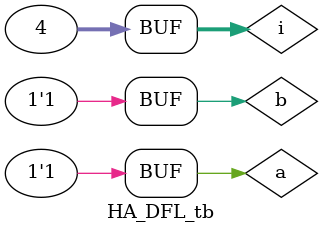
<source format=v>
module HA_DFL(S, C, a, b);
    input a,b;
    output S,C;
    
    assign S = a ^ b;
    assign C = a & b;

endmodule

module HA_DFL_tb;
    reg a,b;
    wire S,C;
    integer i;

    HA_DFL inst(S, C, a, b);

    initial begin
        $monitor("A=%0b|B=%0b|S=%0b|C=%0b", a,b,S,C);
        for(i=0;i<4;i=i+1) begin
            {a,b} = i;
            #10;
        end
    end

endmodule

</source>
